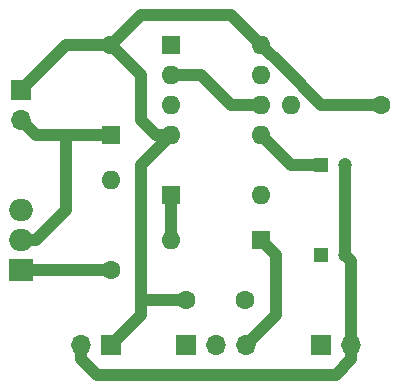
<source format=gbr>
%TF.GenerationSoftware,KiCad,Pcbnew,(5.1.6)-1*%
%TF.CreationDate,2020-09-13T20:14:07-05:00*%
%TF.ProjectId,CircuitBoard,43697263-7569-4744-926f-6172642e6b69,rev?*%
%TF.SameCoordinates,Original*%
%TF.FileFunction,Copper,L1,Top*%
%TF.FilePolarity,Positive*%
%FSLAX46Y46*%
G04 Gerber Fmt 4.6, Leading zero omitted, Abs format (unit mm)*
G04 Created by KiCad (PCBNEW (5.1.6)-1) date 2020-09-13 20:14:07*
%MOMM*%
%LPD*%
G01*
G04 APERTURE LIST*
%TA.AperFunction,ComponentPad*%
%ADD10C,1.600000*%
%TD*%
%TA.AperFunction,ComponentPad*%
%ADD11C,1.200000*%
%TD*%
%TA.AperFunction,ComponentPad*%
%ADD12R,1.200000X1.200000*%
%TD*%
%TA.AperFunction,ComponentPad*%
%ADD13R,1.600000X1.600000*%
%TD*%
%TA.AperFunction,ComponentPad*%
%ADD14O,1.600000X1.600000*%
%TD*%
%TA.AperFunction,ComponentPad*%
%ADD15R,1.700000X1.700000*%
%TD*%
%TA.AperFunction,ComponentPad*%
%ADD16O,1.700000X1.700000*%
%TD*%
%TA.AperFunction,ComponentPad*%
%ADD17R,2.000000X1.905000*%
%TD*%
%TA.AperFunction,ComponentPad*%
%ADD18O,2.000000X1.905000*%
%TD*%
%TA.AperFunction,Conductor*%
%ADD19C,1.000000*%
%TD*%
G04 APERTURE END LIST*
D10*
%TO.P,C1,1*%
%TO.N,Net-(C1-Pad1)*%
X213360000Y-114300000D03*
%TO.P,C1,2*%
%TO.N,Net-(C1-Pad2)*%
X218360000Y-114300000D03*
%TD*%
D11*
%TO.P,C2,2*%
%TO.N,Net-(C1-Pad2)*%
X226790000Y-102870000D03*
D12*
%TO.P,C2,1*%
%TO.N,Net-(C2-Pad1)*%
X224790000Y-102870000D03*
%TD*%
%TO.P,C3,1*%
%TO.N,Net-(C3-Pad1)*%
X224790000Y-110490000D03*
D11*
%TO.P,C3,2*%
%TO.N,Net-(C1-Pad2)*%
X226790000Y-110490000D03*
%TD*%
D13*
%TO.P,D1,1*%
%TO.N,Net-(D1-Pad1)*%
X207010000Y-100330000D03*
D14*
%TO.P,D1,2*%
%TO.N,Net-(C1-Pad1)*%
X207010000Y-92710000D03*
%TD*%
D13*
%TO.P,D2,1*%
%TO.N,Net-(D2-Pad1)*%
X212090000Y-105410000D03*
D14*
%TO.P,D2,2*%
%TO.N,Net-(D2-Pad2)*%
X219710000Y-105410000D03*
%TD*%
%TO.P,D3,2*%
%TO.N,Net-(D2-Pad1)*%
X212090000Y-109220000D03*
D13*
%TO.P,D3,1*%
%TO.N,Net-(D3-Pad1)*%
X219710000Y-109220000D03*
%TD*%
D15*
%TO.P,J1,1*%
%TO.N,Net-(C1-Pad1)*%
X199390000Y-96520000D03*
D16*
%TO.P,J1,2*%
%TO.N,Net-(D1-Pad1)*%
X199390000Y-99060000D03*
%TD*%
D15*
%TO.P,J2,1*%
%TO.N,Net-(C1-Pad1)*%
X224790000Y-118110000D03*
D16*
%TO.P,J2,2*%
%TO.N,Net-(C1-Pad2)*%
X227330000Y-118110000D03*
%TD*%
%TO.P,J3,2*%
%TO.N,Net-(C1-Pad2)*%
X204470000Y-118110000D03*
D15*
%TO.P,J3,1*%
%TO.N,Net-(C1-Pad1)*%
X207010000Y-118110000D03*
%TD*%
D17*
%TO.P,Q1,1*%
%TO.N,Net-(Q1-Pad1)*%
X199390000Y-111760000D03*
D18*
%TO.P,Q1,2*%
%TO.N,Net-(D1-Pad1)*%
X199390000Y-109220000D03*
%TO.P,Q1,3*%
%TO.N,Net-(C1-Pad2)*%
X199390000Y-106680000D03*
%TD*%
D10*
%TO.P,R1,1*%
%TO.N,Net-(Q1-Pad1)*%
X207010000Y-111760000D03*
D14*
%TO.P,R1,2*%
%TO.N,Net-(R1-Pad2)*%
X207010000Y-104140000D03*
%TD*%
%TO.P,R2,2*%
%TO.N,Net-(D2-Pad1)*%
X222250000Y-97790000D03*
D10*
%TO.P,R2,1*%
%TO.N,Net-(C1-Pad1)*%
X229870000Y-97790000D03*
%TD*%
D15*
%TO.P,RV1,1*%
%TO.N,Net-(D2-Pad2)*%
X213360000Y-118110000D03*
D16*
%TO.P,RV1,2*%
%TO.N,Net-(C3-Pad1)*%
X215900000Y-118110000D03*
%TO.P,RV1,3*%
%TO.N,Net-(D3-Pad1)*%
X218440000Y-118110000D03*
%TD*%
D13*
%TO.P,U1,1*%
%TO.N,Net-(C1-Pad2)*%
X212090000Y-92710000D03*
D14*
%TO.P,U1,5*%
%TO.N,Net-(C2-Pad1)*%
X219710000Y-100330000D03*
%TO.P,U1,2*%
%TO.N,Net-(C3-Pad1)*%
X212090000Y-95250000D03*
%TO.P,U1,6*%
X219710000Y-97790000D03*
%TO.P,U1,3*%
%TO.N,Net-(R1-Pad2)*%
X212090000Y-97790000D03*
%TO.P,U1,7*%
%TO.N,Net-(D2-Pad1)*%
X219710000Y-95250000D03*
%TO.P,U1,4*%
%TO.N,Net-(C1-Pad1)*%
X212090000Y-100330000D03*
%TO.P,U1,8*%
X219710000Y-92710000D03*
%TD*%
D19*
%TO.N,Net-(C1-Pad1)*%
X199390000Y-96520000D02*
X203200000Y-92710000D01*
X203200000Y-92710000D02*
X207010000Y-92710000D01*
X212090000Y-100330000D02*
X210820000Y-100330000D01*
X210820000Y-100330000D02*
X209550000Y-99060000D01*
X209550000Y-95250000D02*
X207010000Y-92710000D01*
X209550000Y-99060000D02*
X209550000Y-95250000D01*
X212090000Y-100330000D02*
X209550000Y-102870000D01*
X209550000Y-115570000D02*
X207010000Y-118110000D01*
X213360000Y-114300000D02*
X209550000Y-114300000D01*
X209550000Y-102870000D02*
X209550000Y-114300000D01*
X209550000Y-114300000D02*
X209550000Y-115570000D01*
X207010000Y-92710000D02*
X209550000Y-90170000D01*
X217170000Y-90170000D02*
X219710000Y-92710000D01*
X209550000Y-90170000D02*
X217170000Y-90170000D01*
X229870000Y-97790000D02*
X224790000Y-97790000D01*
X224790000Y-97790000D02*
X221615000Y-94615000D01*
X221615000Y-94615000D02*
X219710000Y-92710000D01*
%TO.N,Net-(C1-Pad2)*%
X227330000Y-111030000D02*
X226790000Y-110490000D01*
X227330000Y-118110000D02*
X227330000Y-111030000D01*
X226790000Y-110490000D02*
X226790000Y-102870000D01*
X227330000Y-119312081D02*
X225992081Y-120650000D01*
X227330000Y-118110000D02*
X227330000Y-119312081D01*
X204470000Y-119312081D02*
X204470000Y-118110000D01*
X205807919Y-120650000D02*
X204470000Y-119312081D01*
X225992081Y-120650000D02*
X205807919Y-120650000D01*
%TO.N,Net-(C2-Pad1)*%
X222250000Y-102870000D02*
X219710000Y-100330000D01*
X224790000Y-102870000D02*
X222250000Y-102870000D01*
%TO.N,Net-(C3-Pad1)*%
X212090000Y-95250000D02*
X214630000Y-95250000D01*
X217170000Y-97790000D02*
X219710000Y-97790000D01*
X214630000Y-95250000D02*
X217170000Y-97790000D01*
%TO.N,Net-(D1-Pad1)*%
X199390000Y-99060000D02*
X200660000Y-100330000D01*
X199390000Y-109220000D02*
X200660000Y-109220000D01*
X203200000Y-106680000D02*
X203200000Y-100330000D01*
X200660000Y-100330000D02*
X203200000Y-100330000D01*
X200660000Y-109220000D02*
X203200000Y-106680000D01*
X203200000Y-100330000D02*
X207010000Y-100330000D01*
%TO.N,Net-(D2-Pad1)*%
X212090000Y-109220000D02*
X212090000Y-105410000D01*
%TO.N,Net-(D3-Pad1)*%
X218440000Y-118110000D02*
X220980000Y-115570000D01*
X220980000Y-110490000D02*
X219710000Y-109220000D01*
X220980000Y-115570000D02*
X220980000Y-110490000D01*
%TO.N,Net-(Q1-Pad1)*%
X199390000Y-111760000D02*
X207010000Y-111760000D01*
%TD*%
M02*

</source>
